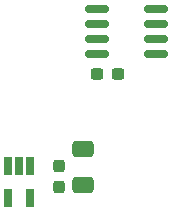
<source format=gtp>
G04 #@! TF.GenerationSoftware,KiCad,Pcbnew,6.0.6*
G04 #@! TF.CreationDate,2022-07-14T17:33:28+02:00*
G04 #@! TF.ProjectId,3D_power_meter,33445f70-6f77-4657-925f-6d657465722e,rev?*
G04 #@! TF.SameCoordinates,Original*
G04 #@! TF.FileFunction,Paste,Top*
G04 #@! TF.FilePolarity,Positive*
%FSLAX46Y46*%
G04 Gerber Fmt 4.6, Leading zero omitted, Abs format (unit mm)*
G04 Created by KiCad (PCBNEW 6.0.6) date 2022-07-14 17:33:28*
%MOMM*%
%LPD*%
G01*
G04 APERTURE LIST*
G04 Aperture macros list*
%AMRoundRect*
0 Rectangle with rounded corners*
0 $1 Rounding radius*
0 $2 $3 $4 $5 $6 $7 $8 $9 X,Y pos of 4 corners*
0 Add a 4 corners polygon primitive as box body*
4,1,4,$2,$3,$4,$5,$6,$7,$8,$9,$2,$3,0*
0 Add four circle primitives for the rounded corners*
1,1,$1+$1,$2,$3*
1,1,$1+$1,$4,$5*
1,1,$1+$1,$6,$7*
1,1,$1+$1,$8,$9*
0 Add four rect primitives between the rounded corners*
20,1,$1+$1,$2,$3,$4,$5,0*
20,1,$1+$1,$4,$5,$6,$7,0*
20,1,$1+$1,$6,$7,$8,$9,0*
20,1,$1+$1,$8,$9,$2,$3,0*%
G04 Aperture macros list end*
%ADD10RoundRect,0.237500X-0.300000X-0.237500X0.300000X-0.237500X0.300000X0.237500X-0.300000X0.237500X0*%
%ADD11RoundRect,0.237500X-0.237500X0.300000X-0.237500X-0.300000X0.237500X-0.300000X0.237500X0.300000X0*%
%ADD12RoundRect,0.250000X-0.650000X0.412500X-0.650000X-0.412500X0.650000X-0.412500X0.650000X0.412500X0*%
%ADD13R,0.650000X1.560000*%
%ADD14RoundRect,0.150000X0.825000X0.150000X-0.825000X0.150000X-0.825000X-0.150000X0.825000X-0.150000X0*%
G04 APERTURE END LIST*
D10*
X172787500Y-101600000D03*
X174512500Y-101600000D03*
D11*
X169575000Y-109450000D03*
X169575000Y-111175000D03*
D12*
X171575000Y-107937500D03*
X171575000Y-111062500D03*
D13*
X167125000Y-109400000D03*
X166175000Y-109400000D03*
X165225000Y-109400000D03*
X165225000Y-112100000D03*
X167125000Y-112100000D03*
D14*
X177735000Y-99905000D03*
X177735000Y-98635000D03*
X177735000Y-97365000D03*
X177735000Y-96095000D03*
X172785000Y-96095000D03*
X172785000Y-97365000D03*
X172785000Y-98635000D03*
X172785000Y-99905000D03*
M02*

</source>
